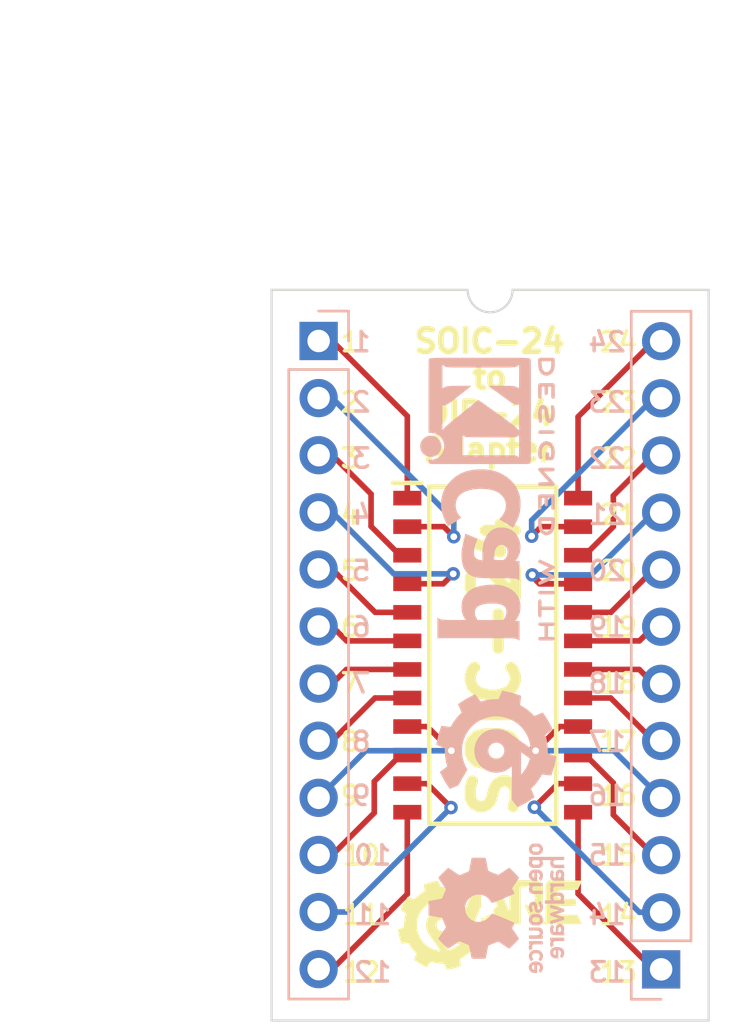
<source format=kicad_pcb>
(kicad_pcb (version 20241229) (generator "pcbnew") (generator_version "9.0")
  (layers (0 "F.Cu" signal) (2 "B.Cu" signal) (13 "F.Paste" user) (15 "B.Paste" user) (5 "F.SilkS" user "F.Silkscreen") (7 "B.SilkS" user "B.Silkscreen") (1 "F.Mask" user) (3 "B.Mask" user) (25 "Edge.Cuts" user))
  (net 0 "")
  (net 1 "Net-(IC1-A7)")
  (net 2 "Net-(IC1-A6)")
  (net 3 "Net-(IC1-A5)")
  (net 4 "Net-(IC1-A4)")
  (net 5 "Net-(IC1-A3)")
  (net 6 "Net-(IC1-A2)")
  (net 7 "Net-(IC1-A1)")
  (net 8 "Net-(IC1-A0)")
  (net 9 "Net-(IC1-I{slash}O_0)")
  (net 10 "Net-(IC1-I{slash}O_1)")
  (net 11 "Net-(IC1-I{slash}O_2)")
  (net 12 "GND")
  (net 13 "VCC")
  (net 14 "Net-(IC1-I{slash}O_3)")
  (net 15 "Net-(IC1-I{slash}O_4)")
  (net 16 "Net-(IC1-I{slash}O_5)")
  (net 17 "Net-(IC1-I{slash}O_6)")
  (net 18 "Net-(IC1-I{slash}O_7)")
  (net 19 "Net-(IC1-~{CS})")
  (net 20 "Net-(IC1-A10)")
  (net 21 "Net-(IC1-~{OE})")
  (net 22 "Net-(IC1-~{WE})")
  (net 23 "Net-(IC1-A9)")
  (net 24 "Net-(IC1-A8)")
  (footprint "Gare:Gare Logo" (layer "F.Cu") (at 152.712362 112.75)
    (property "Reference" "Gare_Logo" (hide yes))
    (property "Value" "LOGO" (hide yes))
  )
  (footprint "SamacSys_Parts:SOIC127P786X210-24N" (layer "F.Cu") (at 152.839402 100.75)
    (property "Reference" "SOIC-24" (at 0.105598 0.5 90) (layer "F.SilkS") (effects (font (size 2 2) (thickness 0.5) (bold yes))))
    (property "Value" "6116" (hide yes))
    (pad "1" smd rect (at -3.8 -6.985 90) (size 0.65 1.25) (layers "F.Cu" "F.Mask" "F.Paste") (net 1 "Net-(IC1-A7)"))
    (pad "2" smd rect (at -3.8 -5.715 90) (size 0.65 1.25) (layers "F.Cu" "F.Mask" "F.Paste") (net 2 "Net-(IC1-A6)"))
    (pad "3" smd rect (at -3.8 -4.445 90) (size 0.65 1.25) (layers "F.Cu" "F.Mask" "F.Paste") (net 3 "Net-(IC1-A5)"))
    (pad "4" smd rect (at -3.8 -3.175 90) (size 0.65 1.25) (layers "F.Cu" "F.Mask" "F.Paste") (net 4 "Net-(IC1-A4)"))
    (pad "5" smd rect (at -3.8 -1.905 90) (size 0.65 1.25) (layers "F.Cu" "F.Mask" "F.Paste") (net 5 "Net-(IC1-A3)"))
    (pad "6" smd rect (at -3.8 -0.635 90) (size 0.65 1.25) (layers "F.Cu" "F.Mask" "F.Paste") (net 6 "Net-(IC1-A2)"))
    (pad "7" smd rect (at -3.8 0.635 90) (size 0.65 1.25) (layers "F.Cu" "F.Mask" "F.Paste") (net 7 "Net-(IC1-A1)"))
    (pad "8" smd rect (at -3.8 1.905 90) (size 0.65 1.25) (layers "F.Cu" "F.Mask" "F.Paste") (net 8 "Net-(IC1-A0)"))
    (pad "9" smd rect (at -3.8 3.175 90) (size 0.65 1.25) (layers "F.Cu" "F.Mask" "F.Paste") (net 9 "Net-(IC1-I{slash}O_0)"))
    (pad "10" smd rect (at -3.8 4.445 90) (size 0.65 1.25) (layers "F.Cu" "F.Mask" "F.Paste") (net 10 "Net-(IC1-I{slash}O_1)"))
    (pad "11" smd rect (at -3.8 5.715 90) (size 0.65 1.25) (layers "F.Cu" "F.Mask" "F.Paste") (net 11 "Net-(IC1-I{slash}O_2)"))
    (pad "12" smd rect (at -3.8 6.985 90) (size 0.65 1.25) (layers "F.Cu" "F.Mask" "F.Paste") (net 12 "GND"))
    (pad "13" smd rect (at 3.8 6.985 90) (size 0.65 1.25) (layers "F.Cu" "F.Mask" "F.Paste") (net 14 "Net-(IC1-I{slash}O_3)"))
    (pad "14" smd rect (at 3.8 5.715 90) (size 0.65 1.25) (layers "F.Cu" "F.Mask" "F.Paste") (net 15 "Net-(IC1-I{slash}O_4)"))
    (pad "15" smd rect (at 3.8 4.445 90) (size 0.65 1.25) (layers "F.Cu" "F.Mask" "F.Paste") (net 16 "Net-(IC1-I{slash}O_5)"))
    (pad "16" smd rect (at 3.8 3.175 90) (size 0.65 1.25) (layers "F.Cu" "F.Mask" "F.Paste") (net 17 "Net-(IC1-I{slash}O_6)"))
    (pad "17" smd rect (at 3.8 1.905 90) (size 0.65 1.25) (layers "F.Cu" "F.Mask" "F.Paste") (net 18 "Net-(IC1-I{slash}O_7)"))
    (pad "18" smd rect (at 3.8 0.635 90) (size 0.65 1.25) (layers "F.Cu" "F.Mask" "F.Paste") (net 19 "Net-(IC1-~{CS})"))
    (pad "19" smd rect (at 3.8 -0.635 90) (size 0.65 1.25) (layers "F.Cu" "F.Mask" "F.Paste") (net 20 "Net-(IC1-A10)"))
    (pad "20" smd rect (at 3.8 -1.905 90) (size 0.65 1.25) (layers "F.Cu" "F.Mask" "F.Paste") (net 21 "Net-(IC1-~{OE})"))
    (pad "21" smd rect (at 3.8 -3.175 90) (size 0.65 1.25) (layers "F.Cu" "F.Mask" "F.Paste") (net 22 "Net-(IC1-~{WE})"))
    (pad "22" smd rect (at 3.8 -4.445 90) (size 0.65 1.25) (layers "F.Cu" "F.Mask" "F.Paste") (net 23 "Net-(IC1-A9)"))
    (pad "23" smd rect (at 3.8 -5.715 90) (size 0.65 1.25) (layers "F.Cu" "F.Mask" "F.Paste") (net 24 "Net-(IC1-A8)"))
    (pad "24" smd rect (at 3.8 -6.985 90) (size 0.65 1.25) (layers "F.Cu" "F.Mask" "F.Paste") (net 13 "VCC"))
  )
  (footprint "Gare:Gare Cog" (layer "B.Cu") (at 153 105 -90)
    (property "Reference" "Gare_Cog" (hide yes))
    (property "Value" "LOGO" (hide yes))
  )
  (footprint "Symbol:KiCad-Logo2_5mm_SilkScreen" (layer "B.Cu") (at 152.59593 93.804065 -90)
    (property "Reference" "KiCad" (hide yes))
    (property "Value" "KiCad-Logo2_5mm_SilkScreen" (hide yes))
  )
  (footprint "Symbol:OSHW-Logo_5.7x6mm_SilkScreen" (layer "B.Cu") (at 153 112 -90)
    (property "Reference" "OSHW" (hide yes))
    (property "Value" "OSHW-Logo_5.7x6mm_SilkScreen" (hide yes))
  )
  (footprint "Connector_PinHeader_2.54mm:PinHeader_1x12_P2.54mm_Vertical" (layer "B.Cu") (at 145.094 86.775 180)
    (property "Reference" "J1")
    (property "Value" "Conn_01x12_Pin")
    (pad "1" thru_hole rect (at 0 0 180) (size 1.7 1.7) (drill 1) (layers "*.Cu" "*.Mask") (net 1 "Net-(IC1-A7)"))
    (pad "2" thru_hole oval (at 0 -2.54 180) (size 1.7 1.7) (drill 1) (layers "*.Cu" "*.Mask") (net 2 "Net-(IC1-A6)"))
    (pad "3" thru_hole oval (at 0 -5.08 180) (size 1.7 1.7) (drill 1) (layers "*.Cu" "*.Mask") (net 3 "Net-(IC1-A5)"))
    (pad "4" thru_hole oval (at 0 -7.62 180) (size 1.7 1.7) (drill 1) (layers "*.Cu" "*.Mask") (net 4 "Net-(IC1-A4)"))
    (pad "5" thru_hole oval (at 0 -10.16 180) (size 1.7 1.7) (drill 1) (layers "*.Cu" "*.Mask") (net 5 "Net-(IC1-A3)"))
    (pad "6" thru_hole oval (at 0 -12.7 180) (size 1.7 1.7) (drill 1) (layers "*.Cu" "*.Mask") (net 6 "Net-(IC1-A2)"))
    (pad "7" thru_hole oval (at 0 -15.24 180) (size 1.7 1.7) (drill 1) (layers "*.Cu" "*.Mask") (net 7 "Net-(IC1-A1)"))
    (pad "8" thru_hole oval (at 0 -17.78 180) (size 1.7 1.7) (drill 1) (layers "*.Cu" "*.Mask") (net 8 "Net-(IC1-A0)"))
    (pad "9" thru_hole oval (at 0 -20.32 180) (size 1.7 1.7) (drill 1) (layers "*.Cu" "*.Mask") (net 9 "Net-(IC1-I{slash}O_0)"))
    (pad "10" thru_hole oval (at 0 -22.86 180) (size 1.7 1.7) (drill 1) (layers "*.Cu" "*.Mask") (net 10 "Net-(IC1-I{slash}O_1)"))
    (pad "11" thru_hole oval (at 0 -25.4 180) (size 1.7 1.7) (drill 1) (layers "*.Cu" "*.Mask") (net 11 "Net-(IC1-I{slash}O_2)"))
    (pad "12" thru_hole oval (at 0 -27.94 180) (size 1.7 1.7) (drill 1) (layers "*.Cu" "*.Mask") (net 12 "GND"))
  )
  (footprint "Connector_PinHeader_2.54mm:PinHeader_1x12_P2.54mm_Vertical" (layer "B.Cu") (at 160.33536 114.725)
    (property "Reference" "J2")
    (property "Value" "Conn_01x12_Pin")
    (pad "1" thru_hole rect (at 0 0) (size 1.7 1.7) (drill 1) (layers "*.Cu" "*.Mask") (net 14 "Net-(IC1-I{slash}O_3)"))
    (pad "2" thru_hole oval (at 0 -2.54) (size 1.7 1.7) (drill 1) (layers "*.Cu" "*.Mask") (net 15 "Net-(IC1-I{slash}O_4)"))
    (pad "3" thru_hole oval (at 0 -5.08) (size 1.7 1.7) (drill 1) (layers "*.Cu" "*.Mask") (net 16 "Net-(IC1-I{slash}O_5)"))
    (pad "4" thru_hole oval (at 0 -7.62) (size 1.7 1.7) (drill 1) (layers "*.Cu" "*.Mask") (net 17 "Net-(IC1-I{slash}O_6)"))
    (pad "5" thru_hole oval (at 0 -10.16) (size 1.7 1.7) (drill 1) (layers "*.Cu" "*.Mask") (net 18 "Net-(IC1-I{slash}O_7)"))
    (pad "6" thru_hole oval (at 0 -12.7) (size 1.7 1.7) (drill 1) (layers "*.Cu" "*.Mask") (net 19 "Net-(IC1-~{CS})"))
    (pad "7" thru_hole oval (at 0 -15.24) (size 1.7 1.7) (drill 1) (layers "*.Cu" "*.Mask") (net 20 "Net-(IC1-A10)"))
    (pad "8" thru_hole oval (at 0 -17.78) (size 1.7 1.7) (drill 1) (layers "*.Cu" "*.Mask") (net 21 "Net-(IC1-~{OE})"))
    (pad "9" thru_hole oval (at 0 -20.32) (size 1.7 1.7) (drill 1) (layers "*.Cu" "*.Mask") (net 22 "Net-(IC1-~{WE})"))
    (pad "10" thru_hole oval (at 0 -22.86) (size 1.7 1.7) (drill 1) (layers "*.Cu" "*.Mask") (net 23 "Net-(IC1-A9)"))
    (pad "11" thru_hole oval (at 0 -25.4) (size 1.7 1.7) (drill 1) (layers "*.Cu" "*.Mask") (net 24 "Net-(IC1-A8)"))
    (pad "12" thru_hole oval (at 0 -27.94) (size 1.7 1.7) (drill 1) (layers "*.Cu" "*.Mask") (net 13 "VCC"))
  )
  (gr_rect (start 156.364402 71.659) (end 156.364402 71.659) (stroke (width 0.1)) (fill no) (layer "Edge.Cuts"))
  (gr_rect (start 130.964402 78.009) (end 130.964402 78.009) (stroke (width 0.1)) (fill no) (layer "Edge.Cuts"))
  (gr_line (start 162.45 117) (end 143 117) (stroke (width 0.1)) (layer "Edge.Cuts"))
  (gr_line (start 162.45 84.5) (end 162.45 117) (stroke (width 0.1)) (layer "Edge.Cuts"))
  (gr_arc (start 153.725 84.5) (mid 152.725 85.5) (end 151.725 84.5) (stroke (width 0.1)) (layer "Edge.Cuts"))
  (gr_line (start 151.725 84.5) (end 143 84.5) (stroke (width 0.1)) (layer "Edge.Cuts"))
  (gr_line (start 162.45 84.5) (end 153.725 84.5) (stroke (width 0.1)) (layer "Edge.Cuts"))
  (gr_line (start 143 117) (end 143 84.5) (stroke (width 0.1)) (layer "Edge.Cuts"))
  (gr_text "2" (at 147 89.5 0) (layer "F.SilkS") (effects (font (size 0.8636 0.8636) (thickness 0.1524)) (justify right)))
  (gr_text "6" (at 147 99.5 0) (layer "F.SilkS") (effects (font (size 0.8636 0.8636) (thickness 0.1524)) (justify right)))
  (gr_text "18" (at 158.429266 102 0) (layer "F.SilkS") (effects (font (size 0.8636 0.8636) (thickness 0.1524))))
  (gr_text "8" (at 147 104.6 0) (layer "F.SilkS") (effects (font (size 0.8636 0.8636) (thickness 0.1524)) (justify right)))
  (gr_text "21" (at 158.429266 94.5 0) (layer "F.SilkS") (effects (font (size 0.8636 0.8636) (thickness 0.1524))))
  (gr_text "16" (at 158.429266 107 0) (layer "F.SilkS") (effects (font (size 0.8636 0.8636) (thickness 0.1524))))
  (gr_text "12" (at 147 114.85 0) (layer "F.SilkS") (effects (font (size 0.8636 0.8636) (thickness 0.1524))))
  (gr_text "19" (at 158.429266 99.5 0) (layer "F.SilkS") (effects (font (size 0.8636 0.8636) (thickness 0.1524))))
  (gr_text "22" (at 158.429266 92 0) (layer "F.SilkS") (effects (font (size 0.8636 0.8636) (thickness 0.1524))))
  (gr_text "13" (at 158.429266 114.85 0) (layer "F.SilkS") (effects (font (size 0.8636 0.8636) (thickness 0.1524))))
  (gr_text "20" (at 158.429266 97 0) (layer "F.SilkS") (effects (font (size 0.8636 0.8636) (thickness 0.1524))))
  (gr_text "9" (at 147 107 0) (layer "F.SilkS") (effects (font (size 0.8636 0.8636) (thickness 0.1524)) (justify right)))
  (gr_text "4" (at 147 94.5 0) (layer "F.SilkS") (effects (font (size 0.8636 0.8636) (thickness 0.1524)) (justify right)))
  (gr_text "15" (at 158.429266 109.65 0) (layer "F.SilkS") (effects (font (size 0.8636 0.8636) (thickness 0.1524))))
  (gr_text "SOIC-24\nto\nDIP-24\nAdapter" (at 152.701261 89.2 0) (layer "F.SilkS") (effects (font (size 1 1) (thickness 0.25) (bold yes))))
  (gr_text "10" (at 147 109.65 0) (layer "F.SilkS") (effects (font (size 0.8636 0.8636) (thickness 0.1524))))
  (gr_text "7" (at 147 102 0) (layer "F.SilkS") (effects (font (size 0.8636 0.8636) (thickness 0.1524)) (justify right)))
  (gr_text "24" (at 158.429266 86.819524 0) (layer "F.SilkS") (effects (font (size 0.8636 0.8636) (thickness 0.1524))))
  (gr_text "3" (at 147 92 0) (layer "F.SilkS") (effects (font (size 0.8636 0.8636) (thickness 0.1524)) (justify right)))
  (gr_text "14" (at 158.429266 112.3 0) (layer "F.SilkS") (effects (font (size 0.8636 0.8636) (thickness 0.1524))))
  (gr_text "5" (at 147 97 0) (layer "F.SilkS") (effects (font (size 0.8636 0.8636) (thickness 0.1524)) (justify right)))
  (gr_text "17" (at 158.429266 104.6 0) (layer "F.SilkS") (effects (font (size 0.8636 0.8636) (thickness 0.1524))))
  (gr_text "11" (at 147 112.3 0) (layer "F.SilkS") (effects (font (size 0.8636 0.8636) (thickness 0.1524))))
  (gr_text "1" (at 147 86.819524 0) (layer "F.SilkS") (effects (font (size 0.8636 0.8636) (thickness 0.1524)) (justify right)))
  (gr_text "23" (at 158.429266 89.5 0) (layer "F.SilkS") (effects (font (size 0.8636 0.8636) (thickness 0.1524))))
  (gr_text "6" (at 147.5 99.5 0) (layer "B.SilkS") (effects (font (size 0.8636 0.8636) (thickness 0.1524)) (justify left mirror)))
  (gr_text "7" (at 147.5 102 0) (layer "B.SilkS") (effects (font (size 0.8636 0.8636) (thickness 0.1524)) (justify left mirror)))
  (gr_text "9" (at 147.5 107 0) (layer "B.SilkS") (effects (font (size 0.8636 0.8636) (thickness 0.1524)) (justify left mirror)))
  (gr_text "22" (at 157.929266 92 0) (layer "B.SilkS") (effects (font (size 0.8636 0.8636) (thickness 0.1524)) (justify mirror)))
  (gr_text "14" (at 157.929266 112.3 0) (layer "B.SilkS") (effects (font (size 0.8636 0.8636) (thickness 0.1524)) (justify mirror)))
  (gr_text "19" (at 157.929266 99.5 0) (layer "B.SilkS") (effects (font (size 0.8636 0.8636) (thickness 0.1524)) (justify mirror)))
  (gr_text "10" (at 147.5 109.65 0) (layer "B.SilkS") (effects (font (size 0.8636 0.8636) (thickness 0.1524)) (justify mirror)))
  (gr_text "2" (at 147.5 89.5 0) (layer "B.SilkS") (effects (font (size 0.8636 0.8636) (thickness 0.1524)) (justify left mirror)))
  (gr_text "11" (at 147.5 112.3 0) (layer "B.SilkS") (effects (font (size 0.8636 0.8636) (thickness 0.1524)) (justify mirror)))
  (gr_text "13" (at 157.929266 114.85 0) (layer "B.SilkS") (effects (font (size 0.8636 0.8636) (thickness 0.1524)) (justify mirror)))
  (gr_text "18" (at 157.929266 102 0) (layer "B.SilkS") (effects (font (size 0.8636 0.8636) (thickness 0.1524)) (justify mirror)))
  (gr_text "8" (at 147.5 104.6 0) (layer "B.SilkS") (effects (font (size 0.8636 0.8636) (thickness 0.1524)) (justify left mirror)))
  (gr_text "5" (at 147.5 97 0) (layer "B.SilkS") (effects (font (size 0.8636 0.8636) (thickness 0.1524)) (justify left mirror)))
  (gr_text "24" (at 157.929266 86.819524 0) (layer "B.SilkS") (effects (font (size 0.8636 0.8636) (thickness 0.1524)) (justify mirror)))
  (gr_text "4" (at 147.5 94.5 0) (layer "B.SilkS") (effects (font (size 0.8636 0.8636) (thickness 0.1524)) (justify left mirror)))
  (gr_text "12" (at 147.5 114.85 0) (layer "B.SilkS") (effects (font (size 0.8636 0.8636) (thickness 0.1524)) (justify mirror)))
  (gr_text "17" (at 157.929266 104.6 0) (layer "B.SilkS") (effects (font (size 0.8636 0.8636) (thickness 0.1524)) (justify mirror)))
  (gr_text "16" (at 157.929266 107 0) (layer "B.SilkS") (effects (font (size 0.8636 0.8636) (thickness 0.1524)) (justify mirror)))
  (gr_text "20" (at 157.929266 97 0) (layer "B.SilkS") (effects (font (size 0.8636 0.8636) (thickness 0.1524)) (justify mirror)))
  (gr_text "1" (at 147.5 86.819524 0) (layer "B.SilkS") (effects (font (size 0.8636 0.8636) (thickness 0.1524)) (justify left mirror)))
  (gr_text "23" (at 157.929266 89.5 0) (layer "B.SilkS") (effects (font (size 0.8636 0.8636) (thickness 0.1524)) (justify mirror)))
  (gr_text "21" (at 157.929266 94.5 0) (layer "B.SilkS") (effects (font (size 0.8636 0.8636) (thickness 0.1524)) (justify mirror)))
  (gr_text "3" (at 147.5 92 0) (layer "B.SilkS") (effects (font (size 0.8636 0.8636) (thickness 0.1524)) (justify left mirror)))
  (gr_text "15" (at 157.929266 109.65 0) (layer "B.SilkS") (effects (font (size 0.8636 0.8636) (thickness 0.1524)) (justify mirror)))
  (segment (start 149.039402 90.114402) (end 149.039402 93.765) (width 0.25) (layer "F.Cu") (net 1))
  (segment (start 145.7 86.775) (end 149.039402 90.114402) (width 0.25) (layer "F.Cu") (net 1))
  (segment (start 150.660753 95.035) (end 151.10705 95.481297) (width 0.25) (layer "F.Cu") (net 2))
  (segment (start 149.039402 95.035) (end 150.660753 95.035) (width 0.25) (layer "F.Cu") (net 2))
  (via (at 151.10705 95.481297) (size 0.6) (drill 0.3) (layers "F.Cu" "B.Cu") (net 2))
  (segment (start 151.10705 95.481297) (end 151.10705 94.72205) (width 0.25) (layer "B.Cu") (net 2))
  (segment (start 151.10705 94.72205) (end 145.7 89.315) (width 0.25) (layer "B.Cu") (net 2))
  (segment (start 149.039402 96.305) (end 148.709402 96.305) (width 0.25) (layer "F.Cu") (net 3))
  (segment (start 147.42739 95.022988) (end 147.42739 93.58239) (width 0.25) (layer "F.Cu") (net 3))
  (segment (start 148.709402 96.305) (end 147.42739 95.022988) (width 0.25) (layer "F.Cu") (net 3))
  (segment (start 147.42739 93.58239) (end 145.7 91.855) (width 0.25) (layer "F.Cu") (net 3))
  (segment (start 149.039402 97.575) (end 150.640889 97.575) (width 0.25) (layer "F.Cu") (net 4))
  (segment (start 150.640889 97.575) (end 151.083463 97.132426) (width 0.25) (layer "F.Cu") (net 4))
  (via (at 151.083463 97.132426) (size 0.6) (drill 0.3) (layers "F.Cu" "B.Cu") (net 4))
  (segment (start 148.437426 97.132426) (end 145.7 94.395) (width 0.25) (layer "B.Cu") (net 4))
  (segment (start 151.083463 97.132426) (end 148.437426 97.132426) (width 0.25) (layer "B.Cu") (net 4))
  (segment (start 147.61 98.845) (end 149.039402 98.845) (width 0.25) (layer "F.Cu") (net 5))
  (segment (start 145.7 96.935) (end 147.61 98.845) (width 0.25) (layer "F.Cu") (net 5))
  (segment (start 145.7 99.475) (end 146.34 100.115) (width 0.25) (layer "F.Cu") (net 6))
  (segment (start 146.34 100.115) (end 149.039402 100.115) (width 0.25) (layer "F.Cu") (net 6))
  (segment (start 146.33 101.385) (end 149.039402 101.385) (width 0.25) (layer "F.Cu") (net 7))
  (segment (start 145.7 102.015) (end 146.33 101.385) (width 0.25) (layer "F.Cu") (net 7))
  (segment (start 145.7 104.555) (end 147.6 102.655) (width 0.25) (layer "F.Cu") (net 8))
  (segment (start 147.6 102.655) (end 149.039402 102.655) (width 0.25) (layer "F.Cu") (net 8))
  (segment (start 149.925 103.925) (end 151 105) (width 0.25) (layer "F.Cu") (net 9))
  (segment (start 149.039402 103.925) (end 149.925 103.925) (width 0.25) (layer "F.Cu") (net 9))
  (via (at 151 105) (size 0.6) (drill 0.3) (layers "F.Cu" "B.Cu") (net 9))
  (segment (start 147.189 105) (end 145.094 107.095) (width 0.25) (layer "B.Cu") (net 9))
  (segment (start 151 105) (end 147.189 105) (width 0.25) (layer "B.Cu") (net 9))
  (segment (start 147.568916 106.365486) (end 147.568916 107.766084) (width 0.25) (layer "F.Cu") (net 10))
  (segment (start 147.568916 107.766084) (end 145.7 109.635) (width 0.25) (layer "F.Cu") (net 10))
  (segment (start 149.039402 105.195) (end 148.739402 105.195) (width 0.25) (layer "F.Cu") (net 10))
  (segment (start 148.739402 105.195) (end 147.568916 106.365486) (width 0.25) (layer "F.Cu") (net 10))
  (segment (start 150.984894 107.52764) (end 149.922254 106.465) (width 0.25) (layer "F.Cu") (net 11))
  (segment (start 149.922254 106.465) (end 149.039402 106.465) (width 0.25) (layer "F.Cu") (net 11))
  (via (at 150.985 107.52764) (size 0.6) (drill 0.3) (layers "F.Cu" "B.Cu") (net 11))
  (segment (start 146.337534 112.175) (end 145.094 112.175) (width 0.25) (layer "B.Cu") (net 11))
  (segment (start 146.337534 112.175) (end 150.984894 107.52764) (width 0.25) (layer "B.Cu") (net 11))
  (segment (start 149.039402 111.375598) (end 145.7 114.715) (width 0.25) (layer "F.Cu") (net 12))
  (segment (start 149.039402 107.735) (end 149.039402 111.375598) (width 0.25) (layer "F.Cu") (net 12))
  (segment (start 156.639402 93.765) (end 156.639402 90.145598) (width 0.25) (layer "F.Cu") (net 13))
  (segment (start 156.639402 90.145598) (end 160 86.785) (width 0.25) (layer "F.Cu") (net 13))
  (segment (start 156.639402 111.364402) (end 160 114.725) (width 0.25) (layer "F.Cu") (net 14))
  (segment (start 156.639402 107.735) (end 156.639402 111.364402) (width 0.25) (layer "F.Cu") (net 14))
  (segment (start 156.639402 106.465) (end 155.743684 106.465) (width 0.25) (layer "F.Cu") (net 15))
  (segment (start 155.743684 106.465) (end 154.695 107.513684) (width 0.25) (layer "F.Cu") (net 15))
  (via (at 154.695 107.513684) (size 0.6) (drill 0.3) (layers "F.Cu" "B.Cu") (net 15))
  (segment (start 159.366316 112.185) (end 160.33536 112.185) (width 0.25) (layer "B.Cu") (net 15))
  (segment (start 154.695 107.513684) (end 159.366316 112.185) (width 0.25) (layer "B.Cu") (net 15))
  (segment (start 156.639402 105.195) (end 156.969402 105.195) (width 0.25) (layer "F.Cu") (net 16))
  (segment (start 158.206907 106.432505) (end 158.206907 107.851907) (width 0.25) (layer "F.Cu") (net 16))
  (segment (start 158.206907 107.851907) (end 160 109.645) (width 0.25) (layer "F.Cu") (net 16))
  (segment (start 156.969402 105.195) (end 158.206907 106.432505) (width 0.25) (layer "F.Cu") (net 16))
  (segment (start 155.825 103.925) (end 154.75 105) (width 0.25) (layer "F.Cu") (net 17))
  (segment (start 156.639402 103.925) (end 155.825 103.925) (width 0.25) (layer "F.Cu") (net 17))
  (via (at 154.75 105) (size 0.6) (drill 0.3) (layers "F.Cu" "B.Cu") (net 17))
  (segment (start 160.33536 107.105) (end 158.23036 105) (width 0.25) (layer "B.Cu") (net 17))
  (segment (start 158.23036 105) (end 154.75 105) (width 0.25) (layer "B.Cu") (net 17))
  (segment (start 158.09 102.655) (end 156.639402 102.655) (width 0.25) (layer "F.Cu") (net 18))
  (segment (start 160 104.565) (end 158.09 102.655) (width 0.25) (layer "F.Cu") (net 18))
  (segment (start 159.36 101.385) (end 160 102.025) (width 0.25) (layer "F.Cu") (net 19))
  (segment (start 156.639402 101.385) (end 159.36 101.385) (width 0.25) (layer "F.Cu") (net 19))
  (segment (start 156.639402 100.115) (end 159.37 100.115) (width 0.25) (layer "F.Cu") (net 20))
  (segment (start 159.37 100.115) (end 160 99.485) (width 0.25) (layer "F.Cu") (net 20))
  (segment (start 158.1 98.845) (end 160 96.945) (width 0.25) (layer "F.Cu") (net 21))
  (segment (start 156.639402 98.845) (end 158.1 98.845) (width 0.25) (layer "F.Cu") (net 21))
  (segment (start 154.922646 97.575) (end 154.527247 97.179601) (width 0.25) (layer "F.Cu") (net 22))
  (segment (start 156.639402 97.575) (end 154.995399 97.575) (width 0.25) (layer "F.Cu") (net 22))
  (segment (start 156.639402 97.575) (end 154.922646 97.575) (width 0.25) (layer "F.Cu") (net 22))
  (segment (start 154.995399 97.575) (end 154.6 97.179601) (width 0.25) (layer "F.Cu") (net 22))
  (via (at 154.6 97.179601) (size 0.6) (drill 0.3) (layers "F.Cu" "B.Cu") (net 22))
  (segment (start 154.527247 97.179601) (end 157.225399 97.179601) (width 0.25) (layer "B.Cu") (net 22))
  (segment (start 157.225399 97.179601) (end 160 94.405) (width 0.25) (layer "B.Cu") (net 22))
  (segment (start 157.225399 97.179601) (end 154.6 97.179601) (width 0.25) (layer "B.Cu") (net 22))
  (segment (start 156.939402 96.305) (end 158.206907 95.037495) (width 0.25) (layer "F.Cu") (net 23))
  (segment (start 156.639402 96.305) (end 156.939402 96.305) (width 0.25) (layer "F.Cu") (net 23))
  (segment (start 158.206907 93.658093) (end 160 91.865) (width 0.25) (layer "F.Cu") (net 23))
  (segment (start 158.206907 95.037495) (end 158.206907 93.658093) (width 0.25) (layer "F.Cu") (net 23))
  (segment (start 154.997131 95.035) (end 154.574422 95.457709) (width 0.25) (layer "F.Cu") (net 24))
  (segment (start 156.639402 95.035) (end 154.997131 95.035) (width 0.25) (layer "F.Cu") (net 24))
  (via (at 154.574422 95.457709) (size 0.6) (drill 0.3) (layers "F.Cu" "B.Cu") (net 24))
  (segment (start 154.574422 94.750578) (end 160 89.325) (width 0.25) (layer "B.Cu") (net 24))
  (segment (start 154.574422 95.457709) (end 154.574422 94.750578) (width 0.25) (layer "B.Cu") (net 24))
)
</source>
